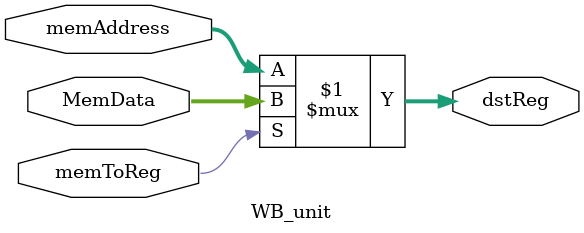
<source format=v>
module WB_unit(memToReg, MemData, memAddress, dstReg);

    // Ports
    input memToReg;
    input [15:0] MemData, memAddress;
    output [15:0] dstReg;

    assign dstReg = (memToReg) ? MemData : memAddress;

endmodule
</source>
